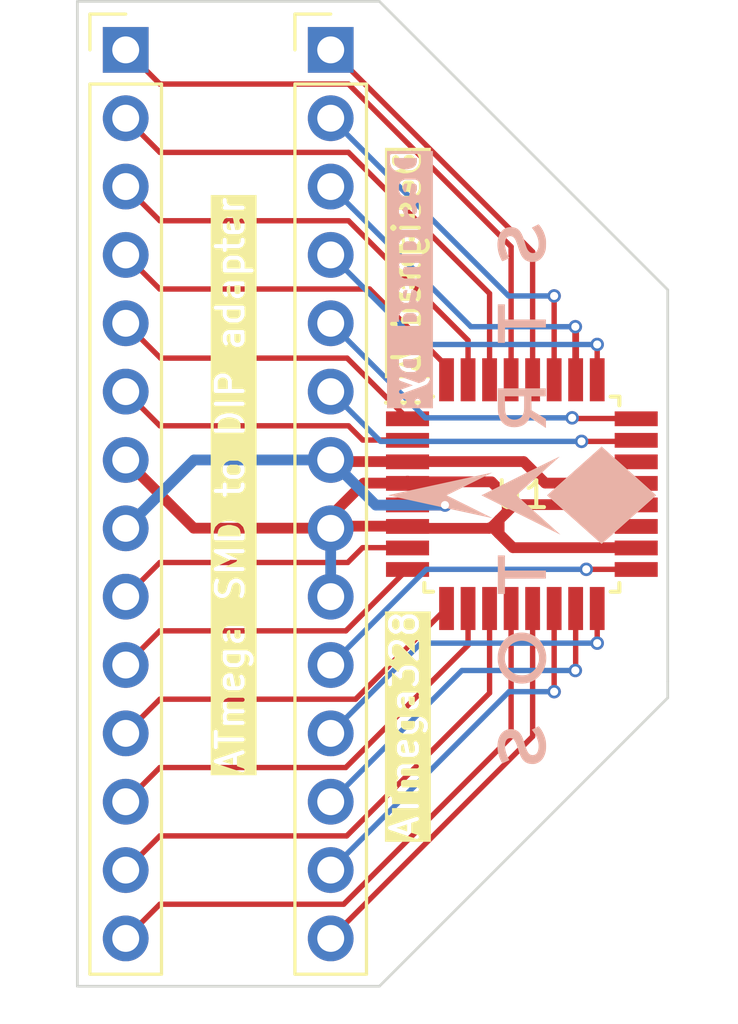
<source format=kicad_pcb>
(kicad_pcb (version 20221018) (generator pcbnew)
  (layers (0 "F.Cu" signal) (31 "B.Cu" signal) (34 "B.Paste" user) (35 "F.Paste" user) (36 "B.SilkS" user "B.Silkscreen") (37 "F.SilkS" user "F.Silkscreen") (38 "B.Mask" user) (39 "F.Mask" user) (44 "Edge.Cuts" user))
  (net 0 "")
  (net 1 "/PD3")
  (net 2 "/PD4")
  (net 3 "GND")
  (net 4 "+5V")
  (net 5 "/XTAL1")
  (net 6 "/XTAL2")
  (net 7 "/PD5")
  (net 8 "/PD6")
  (net 9 "/PD7")
  (net 10 "/PB0")
  (net 11 "/PB1")
  (net 12 "/CS")
  (net 13 "/MOSI")
  (net 14 "/MISO")
  (net 15 "/PB5")
  (net 18 "/PC0")
  (net 19 "/PC1")
  (net 20 "/PC2")
  (net 21 "/PC3")
  (net 22 "/PC4")
  (net 23 "/PC5")
  (net 24 "/RESET")
  (net 25 "/PD0")
  (net 26 "/PD1")
  (net 27 "/PD2")
  (footprint "Package_QFP:TQFP-32_7x7mm_P0.8mm" (layer "F.Cu") (at 129.6544 66.9544)
    (fp_text reference "U1" (at 0.0126 0.0254) (layer "F.SilkS"))
    (fp_text value "ATmega168A-A")
    (pad "1" smd rect (at -4.25 -2.8) (size 1.6 0.55) (layers "F.Cu" "F.Paste" "F.Mask") (net 1 "/PD3"))
    (pad "2" smd rect (at -4.25 -2) (size 1.6 0.55) (layers "F.Cu" "F.Paste" "F.Mask") (net 2 "/PD4"))
    (pad "3" smd rect (at -4.25 -1.2) (size 1.6 0.55) (layers "F.Cu" "F.Paste" "F.Mask") (net 3 "GND"))
    (pad "4" smd rect (at -4.25 -0.4) (size 1.6 0.55) (layers "F.Cu" "F.Paste" "F.Mask") (net 4 "+5V"))
    (pad "5" smd rect (at -4.25 0.4) (size 1.6 0.55) (layers "F.Cu" "F.Paste" "F.Mask") (net 3 "GND"))
    (pad "6" smd rect (at -4.25 1.2) (size 1.6 0.55) (layers "F.Cu" "F.Paste" "F.Mask") (net 4 "+5V"))
    (pad "7" smd rect (at -4.25 2) (size 1.6 0.55) (layers "F.Cu" "F.Paste" "F.Mask") (net 5 "/XTAL1"))
    (pad "8" smd rect (at -4.25 2.8) (size 1.6 0.55) (layers "F.Cu" "F.Paste" "F.Mask") (net 6 "/XTAL2"))
    (pad "9" smd rect (at -2.8 4.25 90) (size 1.6 0.55) (layers "F.Cu" "F.Paste" "F.Mask") (net 7 "/PD5"))
    (pad "10" smd rect (at -2 4.25 90) (size 1.6 0.55) (layers "F.Cu" "F.Paste" "F.Mask") (net 8 "/PD6"))
    (pad "11" smd rect (at -1.2 4.25 90) (size 1.6 0.55) (layers "F.Cu" "F.Paste" "F.Mask") (net 9 "/PD7"))
    (pad "12" smd rect (at -0.4 4.25 90) (size 1.6 0.55) (layers "F.Cu" "F.Paste" "F.Mask") (net 10 "/PB0"))
    (pad "13" smd rect (at 0.4 4.25 90) (size 1.6 0.55) (layers "F.Cu" "F.Paste" "F.Mask") (net 11 "/PB1"))
    (pad "14" smd rect (at 1.2 4.25 90) (size 1.6 0.55) (layers "F.Cu" "F.Paste" "F.Mask") (net 12 "/CS"))
    (pad "15" smd rect (at 2 4.25 90) (size 1.6 0.55) (layers "F.Cu" "F.Paste" "F.Mask") (net 13 "/MOSI"))
    (pad "16" smd rect (at 2.8 4.25 90) (size 1.6 0.55) (layers "F.Cu" "F.Paste" "F.Mask") (net 14 "/MISO"))
    (pad "17" smd rect (at 4.25 2.8) (size 1.6 0.55) (layers "F.Cu" "F.Paste" "F.Mask") (net 15 "/PB5"))
    (pad "18" smd rect (at 4.25 2) (size 1.6 0.55) (layers "F.Cu" "F.Paste" "F.Mask") (net 4 "+5V"))
    (pad "19" smd rect (at 4.25 1.2) (size 1.6 0.55) (layers "F.Cu" "F.Paste" "F.Mask"))
    (pad "20" smd rect (at 4.25 0.4) (size 1.6 0.55) (layers "F.Cu" "F.Paste" "F.Mask") (net 4 "+5V"))
    (pad "21" smd rect (at 4.25 -0.4) (size 1.6 0.55) (layers "F.Cu" "F.Paste" "F.Mask") (net 3 "GND"))
    (pad "22" smd rect (at 4.25 -1.2) (size 1.6 0.55) (layers "F.Cu" "F.Paste" "F.Mask"))
    (pad "23" smd rect (at 4.25 -2) (size 1.6 0.55) (layers "F.Cu" "F.Paste" "F.Mask") (net 18 "/PC0"))
    (pad "24" smd rect (at 4.25 -2.8) (size 1.6 0.55) (layers "F.Cu" "F.Paste" "F.Mask") (net 19 "/PC1"))
    (pad "25" smd rect (at 2.8 -4.25 90) (size 1.6 0.55) (layers "F.Cu" "F.Paste" "F.Mask") (net 20 "/PC2"))
    (pad "26" smd rect (at 2 -4.25 90) (size 1.6 0.55) (layers "F.Cu" "F.Paste" "F.Mask") (net 21 "/PC3"))
    (pad "27" smd rect (at 1.2 -4.25 90) (size 1.6 0.55) (layers "F.Cu" "F.Paste" "F.Mask") (net 22 "/PC4"))
    (pad "28" smd rect (at 0.4 -4.25 90) (size 1.6 0.55) (layers "F.Cu" "F.Paste" "F.Mask") (net 23 "/PC5"))
    (pad "29" smd rect (at -0.4 -4.25 90) (size 1.6 0.55) (layers "F.Cu" "F.Paste" "F.Mask") (net 24 "/RESET"))
    (pad "30" smd rect (at -1.2 -4.25 90) (size 1.6 0.55) (layers "F.Cu" "F.Paste" "F.Mask") (net 25 "/PD0"))
    (pad "31" smd rect (at -2 -4.25 90) (size 1.6 0.55) (layers "F.Cu" "F.Paste" "F.Mask") (net 26 "/PD1"))
    (pad "32" smd rect (at -2.8 -4.25 90) (size 1.6 0.55) (layers "F.Cu" "F.Paste" "F.Mask") (net 27 "/PD2"))
  )
  (footprint "Connector_PinHeader_2.54mm:PinHeader_1x14_P2.54mm_Vertical" (layer "F.Cu") (at 114.929 50.4444)
    (fp_text reference "J1" hide)
    (fp_text value "Conn_01x14")
    (pad "1" thru_hole rect (at 0 0) (size 1.7 1.7) (drill 1) (layers "*.Cu" "*.Mask") (net 24 "/RESET"))
    (pad "2" thru_hole oval (at 0 2.54) (size 1.7 1.7) (drill 1) (layers "*.Cu" "*.Mask") (net 25 "/PD0"))
    (pad "3" thru_hole oval (at 0 5.08) (size 1.7 1.7) (drill 1) (layers "*.Cu" "*.Mask") (net 26 "/PD1"))
    (pad "4" thru_hole oval (at 0 7.62) (size 1.7 1.7) (drill 1) (layers "*.Cu" "*.Mask") (net 27 "/PD2"))
    (pad "5" thru_hole oval (at 0 10.16) (size 1.7 1.7) (drill 1) (layers "*.Cu" "*.Mask") (net 1 "/PD3"))
    (pad "6" thru_hole oval (at 0 12.7) (size 1.7 1.7) (drill 1) (layers "*.Cu" "*.Mask") (net 2 "/PD4"))
    (pad "7" thru_hole oval (at 0 15.24) (size 1.7 1.7) (drill 1) (layers "*.Cu" "*.Mask") (net 4 "+5V"))
    (pad "8" thru_hole oval (at 0 17.78) (size 1.7 1.7) (drill 1) (layers "*.Cu" "*.Mask") (net 3 "GND"))
    (pad "9" thru_hole oval (at 0 20.32) (size 1.7 1.7) (drill 1) (layers "*.Cu" "*.Mask") (net 5 "/XTAL1"))
    (pad "10" thru_hole oval (at 0 22.86) (size 1.7 1.7) (drill 1) (layers "*.Cu" "*.Mask") (net 6 "/XTAL2"))
    (pad "11" thru_hole oval (at 0 25.4) (size 1.7 1.7) (drill 1) (layers "*.Cu" "*.Mask") (net 7 "/PD5"))
    (pad "12" thru_hole oval (at 0 27.94) (size 1.7 1.7) (drill 1) (layers "*.Cu" "*.Mask") (net 8 "/PD6"))
    (pad "13" thru_hole oval (at 0 30.48) (size 1.7 1.7) (drill 1) (layers "*.Cu" "*.Mask") (net 9 "/PD7"))
    (pad "14" thru_hole oval (at 0 33.02) (size 1.7 1.7) (drill 1) (layers "*.Cu" "*.Mask") (net 10 "/PB0"))
  )
  (footprint "Connector_PinHeader_2.54mm:PinHeader_1x14_P2.54mm_Vertical" (layer "F.Cu") (at 122.549 50.4444)
    (fp_text reference "J2" hide)
    (fp_text value "Conn_01x14")
    (pad "1" thru_hole rect (at 0 0) (size 1.7 1.7) (drill 1) (layers "*.Cu" "*.Mask") (net 23 "/PC5"))
    (pad "2" thru_hole oval (at 0 2.54) (size 1.7 1.7) (drill 1) (layers "*.Cu" "*.Mask") (net 22 "/PC4"))
    (pad "3" thru_hole oval (at 0 5.08) (size 1.7 1.7) (drill 1) (layers "*.Cu" "*.Mask") (net 21 "/PC3"))
    (pad "4" thru_hole oval (at 0 7.62) (size 1.7 1.7) (drill 1) (layers "*.Cu" "*.Mask") (net 20 "/PC2"))
    (pad "5" thru_hole oval (at 0 10.16) (size 1.7 1.7) (drill 1) (layers "*.Cu" "*.Mask") (net 19 "/PC1"))
    (pad "6" thru_hole oval (at 0 12.7) (size 1.7 1.7) (drill 1) (layers "*.Cu" "*.Mask") (net 18 "/PC0"))
    (pad "7" thru_hole oval (at 0 15.24) (size 1.7 1.7) (drill 1) (layers "*.Cu" "*.Mask") (net 3 "GND"))
    (pad "8" thru_hole oval (at 0 17.78) (size 1.7 1.7) (drill 1) (layers "*.Cu" "*.Mask") (net 4 "+5V"))
    (pad "9" thru_hole oval (at 0 20.32) (size 1.7 1.7) (drill 1) (layers "*.Cu" "*.Mask") (net 4 "+5V"))
    (pad "10" thru_hole oval (at 0 22.86) (size 1.7 1.7) (drill 1) (layers "*.Cu" "*.Mask") (net 15 "/PB5"))
    (pad "11" thru_hole oval (at 0 25.4) (size 1.7 1.7) (drill 1) (layers "*.Cu" "*.Mask") (net 14 "/MISO"))
    (pad "12" thru_hole oval (at 0 27.94) (size 1.7 1.7) (drill 1) (layers "*.Cu" "*.Mask") (net 13 "/MOSI"))
    (pad "13" thru_hole oval (at 0 30.48) (size 1.7 1.7) (drill 1) (layers "*.Cu" "*.Mask") (net 12 "/CS"))
    (pad "14" thru_hole oval (at 0 33.02) (size 1.7 1.7) (drill 1) (layers "*.Cu" "*.Mask") (net 11 "/PB1"))
  )
  (footprint "LOGO" (layer "B.Cu") (at 129.6544 66.9544 -90)
    (fp_text reference "G***")
    (fp_text value "LOGO" hide)
  )
  (gr_line (start 113.1316 48.641) (end 124.3584 48.641) (stroke (width 0.1)) (layer "Edge.Cuts"))
  (gr_line (start 113.1316 48.641) (end 113.1316 85.2424) (stroke (width 0.1)) (layer "Edge.Cuts"))
  (gr_line (start 135.0772 74.5236) (end 135.0772 73.914) (stroke (width 0.1)) (layer "Edge.Cuts"))
  (gr_line (start 124.3584 48.641) (end 135.0772 59.3598) (stroke (width 0.1)) (layer "Edge.Cuts"))
  (gr_line (start 113.1316 85.2424) (end 124.3584 85.2424) (stroke (width 0.1)) (layer "Edge.Cuts"))
  (gr_line (start 124.3584 85.2424) (end 135.0772 74.5236) (stroke (width 0.1)) (layer "Edge.Cuts"))
  (gr_line (start 135.0772 59.3598) (end 135.0772 73.914) (stroke (width 0.1)) (layer "Edge.Cuts"))
  (gr_text "Designed by:" (at 125.9586 54.0512 90) (layer "B.SilkS" knockout) (effects (font (size 1 1)) (justify left bottom mirror)))
  (gr_text "ATmega328" (at 125.8824 79.883 90) (layer "F.SilkS" knockout) (effects (font (size 1 1)) (justify left bottom)))
  (gr_text "ATmega168" (at 125.8824 58.3184 90) (layer "F.SilkS" knockout) (effects (font (size 1 1)) (justify bottom)))
  (gr_text "ATmega SMD to DIP adapter" (at 119.4054 77.408568 90) (layer "F.SilkS" knockout) (effects (font (size 1 1)) (justify left bottom)))
  (segment (start 114.9277 60.6057) (end 114.9262 60.607) (width 0.25) (layer "F.Cu") (net 1))
  (segment (start 116.2244 61.8998) (end 114.929 60.6044) (width 0.2) (layer "F.Cu") (net 1))
  (segment (start 125.4044 64.1438) (end 123.1604 61.8998) (width 0.2) (layer "F.Cu") (net 1))
  (segment (start 114.9262 60.607) (end 114.9232 60.6038) (width 0.2) (layer "F.Cu") (net 1))
  (segment (start 123.1604 61.8998) (end 116.2244 61.8998) (width 0.2) (layer "F.Cu") (net 1))
  (segment (start 114.9277 60.6057) (end 114.929 60.6044) (width 0.25) (layer "F.Cu") (net 1))
  (segment (start 114.9292 60.6044) (end 114.9277 60.6057) (width 0.25) (layer "F.Cu") (net 1))
  (segment (start 123.2094 64.4144) (end 116.199 64.4144) (width 0.2) (layer "F.Cu") (net 2))
  (segment (start 116.199 64.4144) (end 114.929 63.1444) (width 0.2) (layer "F.Cu") (net 2))
  (segment (start 125.4044 64.9438) (end 123.7388 64.9438) (width 0.2) (layer "F.Cu") (net 2))
  (segment (start 114.9277 63.1457) (end 114.929 63.1444) (width 0.25) (layer "F.Cu") (net 2))
  (segment (start 114.9292 63.1444) (end 114.9277 63.1457) (width 0.25) (layer "F.Cu") (net 2))
  (segment (start 114.9262 63.147) (end 114.9232 63.1438) (width 0.2) (layer "F.Cu") (net 2))
  (segment (start 114.9277 63.1457) (end 114.9262 63.147) (width 0.25) (layer "F.Cu") (net 2))
  (segment (start 123.7388 64.9438) (end 123.2094 64.4144) (width 0.2) (layer "F.Cu") (net 2))
  (segment (start 125.4044 65.7438) (end 122.6082 65.7438) (width 0.4) (layer "F.Cu") (net 3))
  (segment (start 133.2232 66.5438) (end 130.5202 66.5438) (width 0.4) (layer "F.Cu") (net 3))
  (segment (start 126.7968 67.3608) (end 125.4108 67.3608) (width 0.4) (layer "F.Cu") (net 3))
  (segment (start 122.6082 65.7438) (end 122.5492 65.6844) (width 0.4) (layer "F.Cu") (net 3))
  (segment (start 129.7202 65.7438) (end 125.4044 65.7438) (width 0.4) (layer "F.Cu") (net 3))
  (segment (start 125.4108 67.3608) (end 125.4044 67.3544) (width 0.4) (layer "F.Cu") (net 3))
  (segment (start 130.5202 66.5438) (end 129.7202 65.7438) (width 0.4) (layer "F.Cu") (net 3))
  (via (at 126.7968 67.3608) (size 0.5) (drill 0.3) (layers "F.Cu" "B.Cu") (net 3))
  (segment (start 124.2254 67.3608) (end 122.549 65.6844) (width 0.4) (layer "B.Cu") (net 3))
  (segment (start 117.469 65.6844) (end 114.929 68.2244) (width 0.4) (layer "B.Cu") (net 3))
  (segment (start 122.549 65.6844) (end 117.469 65.6844) (width 0.4) (layer "B.Cu") (net 3))
  (segment (start 126.7968 67.3608) (end 124.2254 67.3608) (width 0.4) (layer "B.Cu") (net 3))
  (segment (start 128.5732 68.1938) (end 128.5732 68.1438) (width 0.4) (layer "F.Cu") (net 4))
  (segment (start 128.5261 66.4972) (end 125.5442 66.4972) (width 0.4) (layer "F.Cu") (net 4))
  (segment (start 122.5482 67.7713) (end 122.5482 68.2188) (width 0.4) (layer "F.Cu") (net 4))
  (segment (start 125.3324 66.5438) (end 123.7762 66.5438) (width 0.4) (layer "F.Cu") (net 4))
  (segment (start 129.1102 67.0813) (end 129.3732 67.3438) (width 0.4) (layer "F.Cu") (net 4))
  (segment (start 133.2232 68.9438) (end 129.3232 68.9438) (width 0.4) (layer "F.Cu") (net 4))
  (segment (start 128.7982 68.4188) (end 128.5732 68.1938) (width 0.4) (layer "F.Cu") (net 4))
  (segment (start 114.9292 65.6844) (end 114.9291 65.6845) (width 0.25) (layer "F.Cu") (net 4))
  (segment (start 124.8334 68.1438) (end 124.7782 68.199) (width 0.25) (layer "F.Cu") (net 4))
  (segment (start 122.549 68.2243) (end 122.549 68.2244) (width 0.25) (layer "F.Cu") (net 4))
  (segment (start 124.7782 68.199) (end 124.8036 68.2244) (width 0.4) (layer "F.Cu") (net 4))
  (segment (start 129.3232 68.9438) (end 128.7982 68.4188) (width 0.4) (layer "F.Cu") (net 4))
  (segment (start 122.5487 68.224) (end 122.549 68.2243) (width 0.25) (layer "F.Cu") (net 4))
  (segment (start 125.4044 66.4718) (end 125.3324 66.5438) (width 0.4) (layer "F.Cu") (net 4))
  (segment (start 128.8102 68.4063) (end 128.7982 68.4188) (width 0.4) (layer "F.Cu") (net 4))
  (segment (start 125.5442 66.4972) (end 125.487 66.5544) (width 0.4) (layer "F.Cu") (net 4))
  (segment (start 122.6232 68.1438) (end 124.7232 68.1438) (width 0.4) (layer "F.Cu") (net 4))
  (segment (start 128.8102 67.9063) (end 128.8102 68.4063) (width 0.4) (layer "F.Cu") (net 4))
  (segment (start 122.5492 68.2244) (end 122.5487 68.224) (width 0.25) (layer "F.Cu") (net 4))
  (segment (start 114.9291 65.6845) (end 114.9262 65.687) (width 0.25) (layer "F.Cu") (net 4))
  (segment (start 125.4044 68.1438) (end 124.8334 68.1438) (width 0.25) (layer "F.Cu") (net 4))
  (segment (start 125.4044 66.5438) (end 125.4044 66.4718) (width 0.25) (layer "F.Cu") (net 4))
  (segment (start 124.7232 68.1438) (end 124.7782 68.199) (width 0.4) (layer "F.Cu") (net 4))
  (segment (start 129.3732 67.3438) (end 133.2232 67.3438) (width 0.4) (layer "F.Cu") (net 4))
  (segment (start 122.5482 68.2236) (end 122.5482 68.2188) (width 0.25) (layer "F.Cu") (net 4))
  (segment (start 122.5482 68.2188) (end 122.6232 68.1438) (width 0.4) (layer "F.Cu") (net 4))
  (segment (start 128.5732 68.1438) (end 128.8102 67.9063) (width 0.4) (layer "F.Cu") (net 4))
  (segment (start 123.7762 66.5438) (end 122.5482 67.7713) (width 0.4) (layer "F.Cu") (net 4))
  (segment (start 114.9262 65.687) (end 114.9232 65.6838) (width 0.4) (layer "F.Cu") (net 4))
  (segment (start 129.1102 67.0813) (end 128.5261 66.4972) (width 0.4) (layer "F.Cu") (net 4))
  (segment (start 128.8102 67.9063) (end 129.0362 67.6813) (width 0.4) (layer "F.Cu") (net 4))
  (segment (start 122.5487 68.224) (end 122.5482 68.2236) (width 0.25) (layer "F.Cu") (net 4))
  (segment (start 129.1102 67.6063) (end 129.1102 67.0813) (width 0.4) (layer "F.Cu") (net 4))
  (segment (start 129.0362 67.6813) (end 129.1102 67.6063) (width 0.4) (layer "F.Cu") (net 4))
  (segment (start 128.4428 68.2244) (end 128.4682 68.199) (width 0.4) (layer "F.Cu") (net 4))
  (segment (start 122.5482 68.2188) (end 117.4582 68.2188) (width 0.4) (layer "F.Cu") (net 4))
  (segment (start 124.8036 68.2244) (end 128.4428 68.2244) (width 0.4) (layer "F.Cu") (net 4))
  (segment (start 133.9044 68.9438) (end 133.2232 68.9438) (width 0.25) (layer "F.Cu") (net 4))
  (segment (start 117.4582 68.2188) (end 114.9262 65.687) (width 0.4) (layer "F.Cu") (net 4))
  (segment (start 114.929 65.6844) (end 114.9291 65.6845) (width 0.25) (layer "F.Cu") (net 4))
  (segment (start 133.9044 67.3438) (end 133.2232 67.3438) (width 0.25) (layer "F.Cu") (net 4))
  (segment (start 129.0362 67.6813) (end 129.3732 67.3438) (width 0.4) (layer "F.Cu") (net 4))
  (segment (start 122.5482 70.7588) (end 122.5482 68.2244) (width 0.4) (layer "B.Cu") (net 4))
  (segment (start 122.5482 68.2244) (end 122.5482 68.2188) (width 0.4) (layer "B.Cu") (net 4))
  (segment (start 122.5492 70.7644) (end 122.5487 70.764) (width 0.25) (layer "B.Cu") (net 4))
  (segment (start 122.549 68.2244) (end 122.5482 68.2244) (width 0.25) (layer "B.Cu") (net 4))
  (segment (start 122.5492 68.2244) (end 122.549 68.2244) (width 0.25) (layer "B.Cu") (net 4))
  (segment (start 122.5482 70.7636) (end 122.5482 70.7588) (width 0.25) (layer "B.Cu") (net 4))
  (segment (start 122.5487 70.764) (end 122.549 70.7643) (width 0.25) (layer "B.Cu") (net 4))
  (segment (start 122.5487 70.764) (end 122.5482 70.7636) (width 0.25) (layer "B.Cu") (net 4))
  (segment (start 122.549 70.7643) (end 122.549 70.7644) (width 0.25) (layer "B.Cu") (net 4))
  (segment (start 114.9277 70.7628) (end 114.9262 70.7612) (width 0.25) (layer "F.Cu") (net 5))
  (segment (start 114.929 70.7641) (end 114.929 70.7644) (width 0.25) (layer "F.Cu") (net 5))
  (segment (start 114.9292 70.7644) (end 114.9277 70.7628) (width 0.25) (layer "F.Cu") (net 5))
  (segment (start 116.199 69.4944) (end 114.929 70.7644) (width 0.2) (layer "F.Cu") (net 5))
  (segment (start 114.9262 70.7612) (end 114.9232 70.7638) (width 0.2) (layer "F.Cu") (net 5))
  (segment (start 125.4044 68.9438) (end 123.7346 68.9438) (width 0.2) (layer "F.Cu") (net 5))
  (segment (start 114.9277 70.7628) (end 114.929 70.7641) (width 0.25) (layer "F.Cu") (net 5))
  (segment (start 123.7346 68.9438) (end 123.184 69.4944) (width 0.2) (layer "F.Cu") (net 5))
  (segment (start 123.184 69.4944) (end 116.199 69.4944) (width 0.2) (layer "F.Cu") (net 5))
  (segment (start 114.9277 73.3028) (end 114.929 73.3041) (width 0.25) (layer "F.Cu") (net 6))
  (segment (start 116.199 72.0344) (end 114.929 73.3044) (width 0.2) (layer "F.Cu") (net 6))
  (segment (start 114.9262 73.3012) (end 114.9232 73.3038) (width 0.2) (layer "F.Cu") (net 6))
  (segment (start 114.9292 73.3044) (end 114.9277 73.3028) (width 0.25) (layer "F.Cu") (net 6))
  (segment (start 114.9277 73.3028) (end 114.9262 73.3012) (width 0.25) (layer "F.Cu") (net 6))
  (segment (start 114.929 73.3041) (end 114.929 73.3044) (width 0.25) (layer "F.Cu") (net 6))
  (segment (start 123.1138 72.0344) (end 116.199 72.0344) (width 0.2) (layer "F.Cu") (net 6))
  (segment (start 125.4044 69.7438) (end 123.1138 72.0344) (width 0.2) (layer "F.Cu") (net 6))
  (segment (start 114.9262 75.8412) (end 114.9232 75.8438) (width 0.2) (layer "F.Cu") (net 7))
  (segment (start 114.929 75.8441) (end 114.929 75.8444) (width 0.25) (layer "F.Cu") (net 7))
  (segment (start 126.8544 71.1938) (end 123.4738 74.5744) (width 0.2) (layer "F.Cu") (net 7))
  (segment (start 116.199 74.5744) (end 114.929 75.8444) (width 0.2) (layer "F.Cu") (net 7))
  (segment (start 114.9277 75.8428) (end 114.9262 75.8412) (width 0.25) (layer "F.Cu") (net 7))
  (segment (start 123.4738 74.5744) (end 116.199 74.5744) (width 0.2) (layer "F.Cu") (net 7))
  (segment (start 114.9292 75.8444) (end 114.9277 75.8428) (width 0.25) (layer "F.Cu") (net 7))
  (segment (start 114.9277 75.8428) (end 114.929 75.8441) (width 0.25) (layer "F.Cu") (net 7))
  (segment (start 114.9262 78.3812) (end 114.9232 78.3838) (width 0.2) (layer "F.Cu") (net 8))
  (segment (start 114.9277 78.3828) (end 114.929 78.3841) (width 0.25) (layer "F.Cu") (net 8))
  (segment (start 123.1078 77.1144) (end 116.199 77.1144) (width 0.2) (layer "F.Cu") (net 8))
  (segment (start 127.6544 71.1938) (end 127.6544 72.5678) (width 0.2) (layer "F.Cu") (net 8))
  (segment (start 116.199 77.1144) (end 114.929 78.3844) (width 0.2) (layer "F.Cu") (net 8))
  (segment (start 114.929 78.3841) (end 114.929 78.3844) (width 0.25) (layer "F.Cu") (net 8))
  (segment (start 114.9292 78.3844) (end 114.9277 78.3828) (width 0.25) (layer "F.Cu") (net 8))
  (segment (start 114.9277 78.3828) (end 114.9262 78.3812) (width 0.25) (layer "F.Cu") (net 8))
  (segment (start 127.6544 72.5678) (end 123.1078 77.1144) (width 0.2) (layer "F.Cu") (net 8))
  (segment (start 116.199 79.6544) (end 114.929 80.9244) (width 0.2) (layer "F.Cu") (net 9))
  (segment (start 114.9292 80.9244) (end 114.9277 80.9228) (width 0.25) (layer "F.Cu") (net 9))
  (segment (start 114.9277 80.9228) (end 114.929 80.9241) (width 0.25) (layer "F.Cu") (net 9))
  (segment (start 114.929 80.9241) (end 114.929 80.9244) (width 0.25) (layer "F.Cu") (net 9))
  (segment (start 114.9262 80.9212) (end 114.9232 80.9238) (width 0.2) (layer "F.Cu") (net 9))
  (segment (start 128.4544 74.345346) (end 123.145346 79.6544) (width 0.2) (layer "F.Cu") (net 9))
  (segment (start 128.4544 71.1938) (end 128.4544 74.345346) (width 0.2) (layer "F.Cu") (net 9))
  (segment (start 114.9277 80.9228) (end 114.9262 80.9212) (width 0.25) (layer "F.Cu") (net 9))
  (segment (start 123.145346 79.6544) (end 116.199 79.6544) (width 0.2) (layer "F.Cu") (net 9))
  (segment (start 114.929 83.4641) (end 114.929 83.4644) (width 0.25) (layer "F.Cu") (net 10))
  (segment (start 123.0316 82.1944) (end 116.199 82.1944) (width 0.2) (layer "F.Cu") (net 10))
  (segment (start 129.2544 71.1938) (end 129.2544 75.9716) (width 0.2) (layer "F.Cu") (net 10))
  (segment (start 114.9292 83.4644) (end 114.9277 83.4628) (width 0.25) (layer "F.Cu") (net 10))
  (segment (start 114.9262 83.4612) (end 114.9232 83.4638) (width 0.2) (layer "F.Cu") (net 10))
  (segment (start 129.2544 75.9716) (end 123.0316 82.1944) (width 0.2) (layer "F.Cu") (net 10))
  (segment (start 114.9277 83.4628) (end 114.9262 83.4612) (width 0.25) (layer "F.Cu") (net 10))
  (segment (start 114.9277 83.4628) (end 114.929 83.4641) (width 0.25) (layer "F.Cu") (net 10))
  (segment (start 116.199 82.1944) (end 114.929 83.4644) (width 0.2) (layer "F.Cu") (net 10))
  (segment (start 122.5492 83.458) (end 122.5482 83.4588) (width 0.2) (layer "F.Cu") (net 11))
  (segment (start 122.5492 83.458) (end 122.5492 83.4612) (width 0.25) (layer "F.Cu") (net 11))
  (segment (start 122.5492 83.4612) (end 122.5492 83.4644) (width 0.25) (layer "F.Cu") (net 11))
  (segment (start 122.5492 83.4612) (end 122.549 83.4614) (width 0.25) (layer "F.Cu") (net 11))
  (segment (start 122.549 83.4614) (end 122.549 83.4644) (width 0.25) (layer "F.Cu") (net 11))
  (segment (start 130.0544 75.959) (end 122.549 83.4644) (width 0.2) (layer "F.Cu") (net 11))
  (segment (start 130.0544 71.1938) (end 130.0544 75.959) (width 0.2) (layer "F.Cu") (net 11))
  (segment (start 130.8544 74.2946) (end 130.8544 71.1938) (width 0.2) (layer "F.Cu") (net 12))
  (segment (start 130.8548 74.295) (end 130.8544 74.2946) (width 0.2) (layer "F.Cu") (net 12))
  (via (at 130.8548 74.295) (size 0.5) (drill 0.3) (layers "F.Cu" "B.Cu") (net 12))
  (segment (start 122.5517 80.9216) (end 122.5492 80.9244) (width 0.25) (layer "B.Cu") (net 12))
  (segment (start 122.549 80.9243) (end 122.549 80.9244) (width 0.25) (layer "B.Cu") (net 12))
  (segment (start 130.8548 74.295) (end 129.178 74.295) (width 0.2) (layer "B.Cu") (net 12))
  (segment (start 122.5517 80.9216) (end 122.549 80.9243) (width 0.25) (layer "B.Cu") (net 12))
  (segment (start 122.5542 80.9188) (end 122.5517 80.9216) (width 0.25) (layer "B.Cu") (net 12))
  (segment (start 129.178 74.295) (end 122.5542 80.9188) (width 0.2) (layer "B.Cu") (net 12))
  (segment (start 122.5482 80.9188) (end 122.5542 80.9188) (width 0.2) (layer "B.Cu") (net 12))
  (segment (start 131.6422 73.5076) (end 131.5844 73.5076) (width 0.2) (layer "F.Cu") (net 13))
  (segment (start 131.6422 73.5076) (end 131.6544 73.4954) (width 0.2) (layer "F.Cu") (net 13))
  (segment (start 131.6544 73.4954) (end 131.6544 71.1938) (width 0.2) (layer "F.Cu") (net 13))
  (via (at 131.6422 73.5076) (size 0.5) (drill 0.3) (layers "F.Cu" "B.Cu") (net 13))
  (segment (start 122.549 78.3843) (end 122.549 78.3844) (width 0.25) (layer "B.Cu") (net 13))
  (segment (start 131.6422 73.5076) (end 127.4258 73.5076) (width 0.2) (layer "B.Cu") (net 13))
  (segment (start 122.5542 78.3788) (end 122.5517 78.3816) (width 0.25) (layer "B.Cu") (net 13))
  (segment (start 122.5517 78.3816) (end 122.5492 78.3844) (width 0.25) (layer "B.Cu") (net 13))
  (segment (start 127.4258 73.5076) (end 122.5546 78.3788) (width 0.2) (layer "B.Cu") (net 13))
  (segment (start 122.5517 78.3816) (end 122.549 78.3843) (width 0.25) (layer "B.Cu") (net 13))
  (segment (start 122.5482 78.3788) (end 122.5542 78.3788) (width 0.2) (layer "B.Cu") (net 13))
  (segment (start 122.5546 78.3788) (end 122.5542 78.3788) (width 0.2) (layer "B.Cu") (net 13))
  (segment (start 132.455 72.4916) (end 132.455 71.1944) (width 0.2) (layer "F.Cu") (net 14))
  (segment (start 132.455 71.1944) (end 132.4544 71.1938) (width 0.2) (layer "F.Cu") (net 14))
  (via (at 132.455 72.4916) (size 0.5) (drill 0.3) (layers "F.Cu" "B.Cu") (net 14))
  (segment (start 125.9014 72.4916) (end 122.5542 75.8388) (width 0.2) (layer "B.Cu") (net 14))
  (segment (start 122.5542 75.8388) (end 122.5482 75.8388) (width 0.2) (layer "B.Cu") (net 14))
  (segment (start 122.5517 75.8416) (end 122.5492 75.8444) (width 0.25) (layer "B.Cu") (net 14))
  (segment (start 132.455 72.4916) (end 125.9014 72.4916) (width 0.2) (layer "B.Cu") (net 14))
  (segment (start 122.5517 75.8416) (end 122.549 75.8443) (width 0.25) (layer "B.Cu") (net 14))
  (segment (start 122.549 75.8443) (end 122.549 75.8444) (width 0.25) (layer "B.Cu") (net 14))
  (segment (start 122.5542 75.8388) (end 122.5517 75.8416) (width 0.25) (layer "B.Cu") (net 14))
  (segment (start 132.0486 69.7484) (end 133.8998 69.7484) (width 0.2) (layer "F.Cu") (net 15))
  (segment (start 133.8998 69.7484) (end 133.9044 69.7438) (width 0.2) (layer "F.Cu") (net 15))
  (via (at 132.0486 69.7484) (size 0.5) (drill 0.3) (layers "F.Cu" "B.Cu") (net 15))
  (segment (start 132.0486 69.7484) (end 126.1046 69.7484) (width 0.2) (layer "B.Cu") (net 15))
  (segment (start 126.1046 69.7484) (end 122.5542 73.2988) (width 0.2) (layer "B.Cu") (net 15))
  (segment (start 122.5542 73.2988) (end 122.5517 73.3016) (width 0.25) (layer "B.Cu") (net 15))
  (segment (start 122.5517 73.3016) (end 122.5492 73.3044) (width 0.25) (layer "B.Cu") (net 15))
  (segment (start 122.549 73.3043) (end 122.549 73.3044) (width 0.25) (layer "B.Cu") (net 15))
  (segment (start 122.5517 73.3016) (end 122.549 73.3043) (width 0.25) (layer "B.Cu") (net 15))
  (segment (start 122.5542 73.2988) (end 122.5482 73.2988) (width 0.2) (layer "B.Cu") (net 15))
  (segment (start 131.8732 64.9938) (end 133.1732 64.9938) (width 0.2) (layer "F.Cu") (net 18))
  (segment (start 133.1732 64.9938) (end 133.2232 64.9438) (width 0.2) (layer "F.Cu") (net 18))
  (segment (start 133.9044 64.9438) (end 133.2232 64.9438) (width 0.25) (layer "F.Cu") (net 18))
  (via (at 131.8732 64.9938) (size 0.5) (drill 0.3) (layers "F.Cu" "B.Cu") (net 18))
  (segment (start 122.549 63.1444) (end 122.5492 63.1444) (width 0.25) (layer "B.Cu") (net 18))
  (segment (start 131.8732 64.9938) (end 124.4032 64.9938) (width 0.2) (layer "B.Cu") (net 18))
  (segment (start 124.4032 64.9938) (end 123.3462 63.9365) (width 0.2) (layer "B.Cu") (net 18))
  (segment (start 123.3462 63.9365) (end 122.5482 63.1388) (width 0.2) (layer "B.Cu") (net 18))
  (segment (start 133.9044 64.1438) (end 133.2232 64.1438) (width 0.25) (layer "F.Cu") (net 19))
  (segment (start 131.5482 64.1438) (end 133.2232 64.1438) (width 0.2) (layer "F.Cu") (net 19))
  (segment (start 131.5232 64.1188) (end 131.5482 64.1438) (width 0.2) (layer "F.Cu") (net 19))
  (via (at 131.5232 64.1188) (size 0.5) (drill 0.3) (layers "F.Cu" "B.Cu") (net 19))
  (segment (start 131.5232 64.1188) (end 126.0682 64.1188) (width 0.2) (layer "B.Cu") (net 19))
  (segment (start 126.0682 64.1188) (end 123.3462 61.3965) (width 0.2) (layer "B.Cu") (net 19))
  (segment (start 123.3462 61.3965) (end 122.5482 60.5988) (width 0.2) (layer "B.Cu") (net 19))
  (segment (start 122.549 60.6044) (end 122.5492 60.6044) (width 0.25) (layer "B.Cu") (net 19))
  (segment (start 132.4544 61.3918) (end 132.4544 62.6938) (width 0.2) (layer "F.Cu") (net 20))
  (via (at 132.4544 61.3918) (size 0.5) (drill 0.3) (layers "F.Cu" "B.Cu") (net 20))
  (segment (start 122.549 58.0644) (end 122.5492 58.0644) (width 0.25) (layer "B.Cu") (net 20))
  (segment (start 122.5482 58.0588) (end 123.3462 58.8565) (width 0.2) (layer "B.Cu") (net 20))
  (segment (start 132.4544 61.3918) (end 132.4524 61.3938) (width 0.2) (layer "B.Cu") (net 20))
  (segment (start 132.4524 61.3938) (end 125.8832 61.3938) (width 0.2) (layer "B.Cu") (net 20))
  (segment (start 125.8832 61.3938) (end 123.3462 58.8565) (width 0.2) (layer "B.Cu") (net 20))
  (segment (start 131.6672 62.6813) (end 131.6669 62.6813) (width 0.25) (layer "F.Cu") (net 21))
  (segment (start 131.7857 62.6813) (end 131.6672 62.6813) (width 0.25) (layer "F.Cu") (net 21))
  (segment (start 131.7982 62.6688) (end 131.7857 62.6813) (width 0.2) (layer "F.Cu") (net 21))
  (segment (start 131.7857 62.6813) (end 131.7732 62.6938) (width 0.2) (layer "F.Cu") (net 21))
  (segment (start 131.6669 62.6813) (end 131.6544 62.6938) (width 0.25) (layer "F.Cu") (net 21))
  (segment (start 131.6544 60.7436) (end 131.6544 62.6938) (width 0.25) (layer "F.Cu") (net 21))
  (segment (start 131.6422 60.7314) (end 131.6544 60.7436) (width 0.25) (layer "F.Cu") (net 21))
  (via (at 131.6422 60.7314) (size 0.5) (drill 0.3) (layers "F.Cu" "B.Cu") (net 21))
  (segment (start 127.7612 60.7314) (end 123.3462 56.3165) (width 0.2) (layer "B.Cu") (net 21))
  (segment (start 131.6422 60.7314) (end 127.7612 60.7314) (width 0.2) (layer "B.Cu") (net 21))
  (segment (start 122.5482 55.5188) (end 123.3462 56.3165) (width 0.2) (layer "B.Cu") (net 21))
  (segment (start 122.549 55.5244) (end 122.5492 55.5244) (width 0.25) (layer "B.Cu") (net 21))
  (segment (start 130.8544 62.6938) (end 130.8544 59.5892) (width 0.2) (layer "F.Cu") (net 22))
  (segment (start 130.8544 59.5892) (end 130.8552 59.5884) (width 0.2) (layer "F.Cu") (net 22))
  (via (at 130.8552 59.5884) (size 0.5) (drill 0.3) (layers "F.Cu" "B.Cu") (net 22))
  (segment (start 129.1582 59.5884) (end 123.3462 53.7765) (width 0.2) (layer "B.Cu") (net 22))
  (segment (start 130.8552 59.5884) (end 129.1582 59.5884) (width 0.2) (layer "B.Cu") (net 22))
  (segment (start 122.549 52.9844) (end 122.5492 52.9844) (width 0.25) (layer "B.Cu") (net 22))
  (segment (start 123.3462 53.7765) (end 122.5482 52.9788) (width 0.2) (layer "B.Cu") (net 22))
  (segment (start 123.0842 50.975) (end 122.5482 50.4388) (width 0.2) (layer "F.Cu") (net 23))
  (segment (start 122.549 50.4445) (end 122.549 50.4444) (width 0.25) (layer "F.Cu") (net 23))
  (segment (start 130.0544 57.9498) (end 122.549 50.4444) (width 0.2) (layer "F.Cu") (net 23))
  (segment (start 122.8142 50.7097) (end 122.5492 50.4444) (width 0.25) (layer "F.Cu") (net 23))
  (segment (start 122.8142 50.7097) (end 122.549 50.4445) (width 0.25) (layer "F.Cu") (net 23))
  (segment (start 130.0544 62.6938) (end 130.0544 57.9498) (width 0.2) (layer "F.Cu") (net 23))
  (segment (start 123.0842 50.975) (end 123.0792 50.975) (width 0.25) (layer "F.Cu") (net 23))
  (segment (start 123.0792 50.975) (end 122.8142 50.7097) (width 0.25) (layer "F.Cu") (net 23))
  (segment (start 129.2544 57.7594) (end 123.2094 51.7144) (width 0.2) (layer "F.Cu") (net 24))
  (segment (start 114.9292 50.4444) (end 114.9277 50.4457) (width 0.25) (layer "F.Cu") (net 24))
  (segment (start 129.2544 62.6938) (end 129.2544 57.7594) (width 0.2) (layer "F.Cu") (net 24))
  (segment (start 114.9262 50.447) (end 114.9232 50.4438) (width 0.2) (layer "F.Cu") (net 24))
  (segment (start 116.199 51.7144) (end 114.929 50.4444) (width 0.2) (layer "F.Cu") (net 24))
  (segment (start 114.9277 50.4457) (end 114.9262 50.447) (width 0.25) (layer "F.Cu") (net 24))
  (segment (start 114.9277 50.4457) (end 114.929 50.4444) (width 0.25) (layer "F.Cu") (net 24))
  (segment (start 123.2094 51.7144) (end 116.199 51.7144) (width 0.2) (layer "F.Cu") (net 24))
  (segment (start 123.2094 54.2544) (end 116.199 54.2544) (width 0.2) (layer "F.Cu") (net 25))
  (segment (start 114.9292 52.9844) (end 114.9277 52.9857) (width 0.25) (layer "F.Cu") (net 25))
  (segment (start 128.4544 59.4994) (end 123.2094 54.2544) (width 0.2) (layer "F.Cu") (net 25))
  (segment (start 114.9262 52.987) (end 114.9232 52.9838) (width 0.2) (layer "F.Cu") (net 25))
  (segment (start 114.9277 52.9857) (end 114.929 52.9844) (width 0.25) (layer "F.Cu") (net 25))
  (segment (start 114.9277 52.9857) (end 114.9262 52.987) (width 0.25) (layer "F.Cu") (net 25))
  (segment (start 128.4544 62.6938) (end 128.4544 59.4994) (width 0.2) (layer "F.Cu") (net 25))
  (segment (start 116.199 54.2544) (end 114.929 52.9844) (width 0.2) (layer "F.Cu") (net 25))
  (segment (start 116.199 56.7944) (end 114.929 55.5244) (width 0.2) (layer "F.Cu") (net 26))
  (segment (start 127.6544 62.6938) (end 127.6544 61.2394) (width 0.2) (layer "F.Cu") (net 26))
  (segment (start 127.6544 61.2394) (end 123.2094 56.7944) (width 0.2) (layer "F.Cu") (net 26))
  (segment (start 114.9277 55.5257) (end 114.929 55.5244) (width 0.25) (layer "F.Cu") (net 26))
  (segment (start 114.9262 55.527) (end 114.9232 55.5238) (width 0.2) (layer "F.Cu") (net 26))
  (segment (start 114.9292 55.5244) (end 114.9277 55.5257) (width 0.25) (layer "F.Cu") (net 26))
  (segment (start 123.2094 56.7944) (end 116.199 56.7944) (width 0.2) (layer "F.Cu") (net 26))
  (segment (start 114.9277 55.5257) (end 114.9262 55.527) (width 0.25) (layer "F.Cu") (net 26))
  (segment (start 126.8544 62.192) (end 123.9937 59.3313) (width 0.2) (layer "F.Cu") (net 27))
  (segment (start 114.9262 58.067) (end 114.9232 58.0638) (width 0.2) (layer "F.Cu") (net 27))
  (segment (start 116.1902 59.3313) (end 114.9262 58.067) (width 0.2) (layer "F.Cu") (net 27))
  (segment (start 114.9277 58.0657) (end 114.929 58.0644) (width 0.25) (layer "F.Cu") (net 27))
  (segment (start 123.9937 59.3313) (end 116.1902 59.3313) (width 0.2) (layer "F.Cu") (net 27))
  (segment (start 114.9277 58.0657) (end 114.9262 58.067) (width 0.25) (layer "F.Cu") (net 27))
  (segment (start 126.8544 62.6938) (end 126.8544 62.192) (width 0.2) (layer "F.Cu") (net 27))
  (segment (start 114.9292 58.0644) (end 114.9277 58.0657) (width 0.25) (layer "F.Cu") (net 27))
)
</source>
